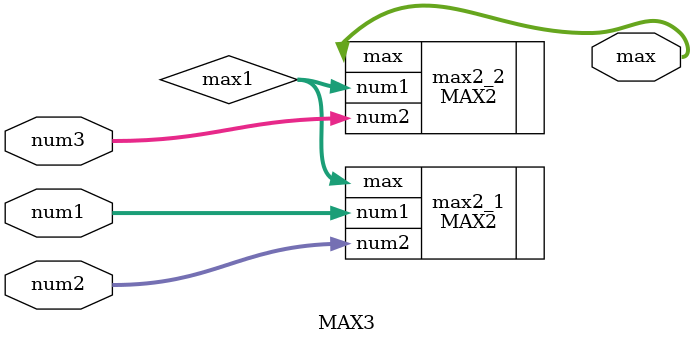
<source format=v>
module MAX3 (
    input   [7:0]         num1, num2, num3,
    output  [7:0]         max
);
// Your codes should start from here.

wire [7:0] max1;

MAX2 max2_1 (
    .num1(num1),
    .num2(num2),
    .max(max1)
);

MAX2 max2_2 (
    .num1(max1),
    .num2(num3),
    .max(max)
);

// End of your codes.
endmodule
</source>
